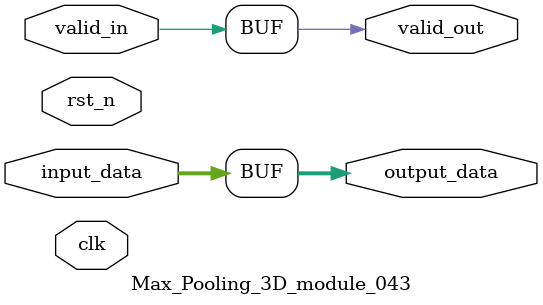
<source format=v>

module Max_Pooling_3D_module_043 (
    input clk,
    input rst_n,
    input valid_in,
    output valid_out,
    // Add specific ports based on operator type
    input [31:0] input_data,
    output [31:0] output_data
);

    // Module implementation would go here
    // This is a template - actual implementation depends on the operator
    
        // Generic operator implementation
    assign output_data = input_data; // Placeholder
    assign valid_out = valid_in;

endmodule

</source>
